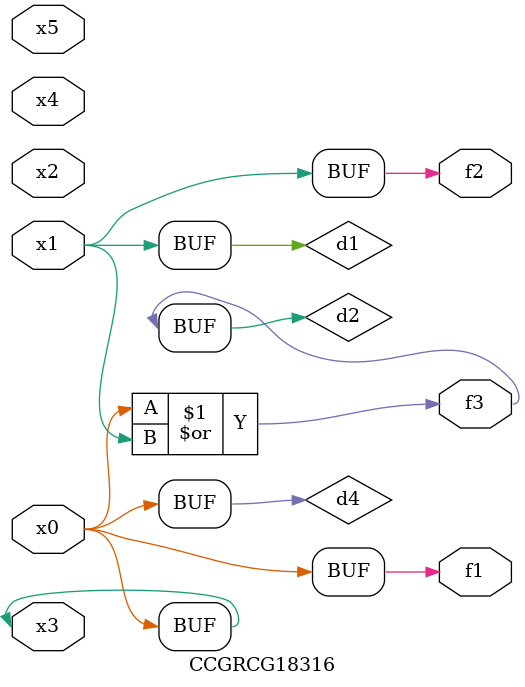
<source format=v>
module CCGRCG18316(
	input x0, x1, x2, x3, x4, x5,
	output f1, f2, f3
);

	wire d1, d2, d3, d4;

	and (d1, x1);
	or (d2, x0, x1);
	nand (d3, x0, x5);
	buf (d4, x0, x3);
	assign f1 = d4;
	assign f2 = d1;
	assign f3 = d2;
endmodule

</source>
